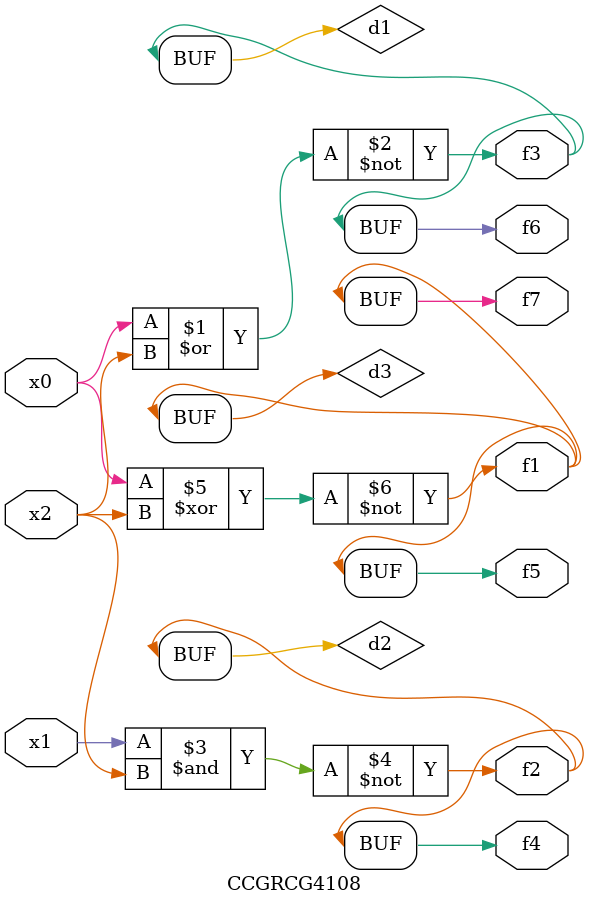
<source format=v>
module CCGRCG4108(
	input x0, x1, x2,
	output f1, f2, f3, f4, f5, f6, f7
);

	wire d1, d2, d3;

	nor (d1, x0, x2);
	nand (d2, x1, x2);
	xnor (d3, x0, x2);
	assign f1 = d3;
	assign f2 = d2;
	assign f3 = d1;
	assign f4 = d2;
	assign f5 = d3;
	assign f6 = d1;
	assign f7 = d3;
endmodule

</source>
